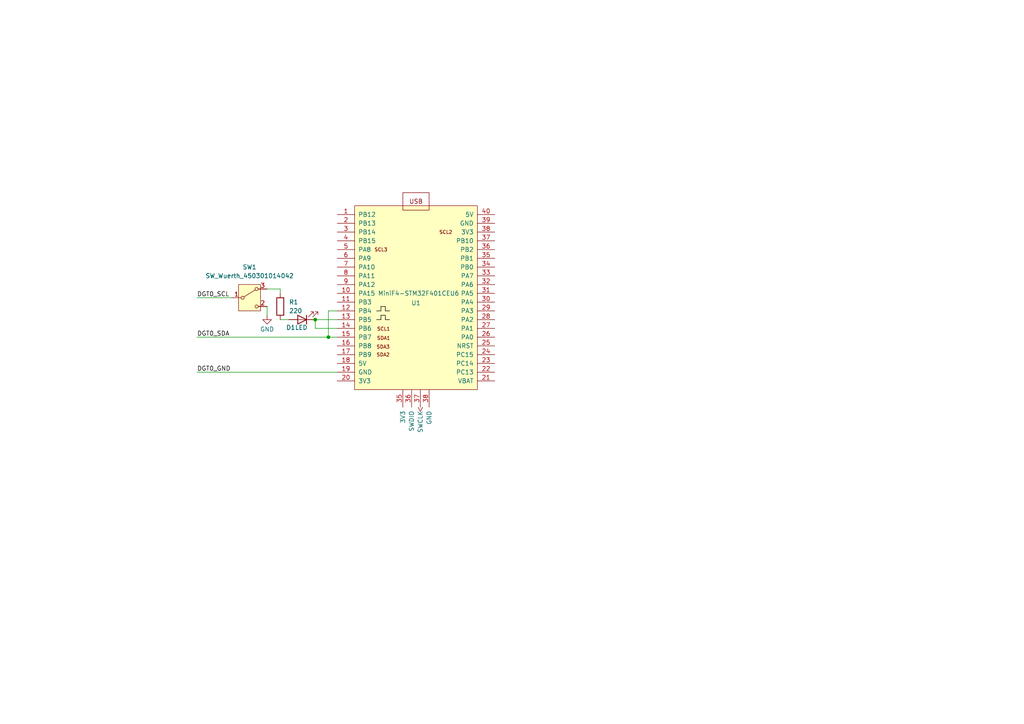
<source format=kicad_sch>
(kicad_sch (version 20250114) (generator "eeschema") (generator_version "9.0")
  (paper "A4")
  (lib_symbols
    (symbol "BlackPill_v2:MiniF4-STM32F401CEU6" (pin_names (offset 1.016))
      (property "Reference" "U1" (at 0 -7.874 0))
      (property "Value" "MiniF4-STM32F401CEU6" (at 0.762 -5.08 0))
      (symbol "MiniF4-STM32F401CEU6_0_0"
        (text "SCL1" (at -9.398 -15.367 0) (effects (font (size 0.9906 0.9906))))
        (text "SDA1" (at -9.398 -18.034 0) (effects (font (size 0.9906 0.9906))))
        (text "USB" (at 0 21.59 0) (effects (font (size 1.27 1.27))))
      )
      (symbol "MiniF4-STM32F401CEU6_0_1"
        (rectangle (start -17.78 20.32) (end 17.78 -33.02) (fill (type background)))
        (rectangle (start -3.81 24.13) (end 3.81 19.05))
      )
      (symbol "MiniF4-STM32F401CEU6_1_1"
        (text "SCL3" (at -10.16 7.62 0) (effects (font (size 0.9906 0.9906))))
        (text "SDA3" (at -9.525 -20.574 0) (effects (font (size 0.9906 0.9906))))
        (text "SDA2" (at -9.525 -22.86 0) (effects (font (size 0.9906 0.9906))))
        (text "SCL2" (at 8.636 12.7 0) (effects (font (size 0.9906 0.9906))))
        (pin bidirectional line (at -22.86 17.78 0) (length 5.08) (name "PB12") (number "1"))
        (pin bidirectional line (at -22.86 15.24 0) (length 5.08) (name "PB13") (number "2"))
        (pin bidirectional line (at -22.86 12.7 0) (length 5.08) (name "PB14") (number "3"))
        (pin bidirectional line (at -22.86 10.16 0) (length 5.08) (name "PB15") (number "4"))
        (pin bidirectional line (at -22.86 7.62 0) (length 5.08) (name "PA8") (number "5"))
        (pin bidirectional line (at -22.86 5.08 0) (length 5.08) (name "PA9") (number "6"))
        (pin bidirectional line (at -22.86 2.54 0) (length 5.08) (name "PA10") (number "7"))
        (pin bidirectional line (at -22.86 0 0) (length 5.08) (name "PA11") (number "8"))
        (pin bidirectional line (at -22.86 -2.54 0) (length 5.08) (name "PA12") (number "9"))
        (pin bidirectional line (at -22.86 -5.08 0) (length 5.08) (name "PA15") (number "10"))
        (pin bidirectional line (at -22.86 -7.62 0) (length 5.08) (name "PB3") (number "11"))
        (pin bidirectional line (at -22.86 -10.16 0) (length 5.08) (name "PB4") (number "12"))
        (pin bidirectional line (at -22.86 -12.7 0) (length 5.08) (name "PB5") (number "13"))
        (pin bidirectional line (at -22.86 -15.24 0) (length 5.08) (name "PB6") (number "14"))
        (pin bidirectional line (at -22.86 -17.78 0) (length 5.08) (name "PB7") (number "15"))
        (pin bidirectional line (at -22.86 -20.32 0) (length 5.08) (name "PB8") (number "16"))
        (pin bidirectional line (at -22.86 -22.86 0) (length 5.08) (name "PB9") (number "17"))
        (pin power_out line (at -22.86 -25.4 0) (length 5.08) (name "5V") (number "18"))
        (pin power_in line (at -22.86 -27.94 0) (length 5.08) (name "GND") (number "19"))
        (pin power_out line (at -22.86 -30.48 0) (length 5.08) (name "3V3") (number "20"))
        (pin power_in line (at -3.81 -33.02 270) (length 5.08) (name "3V3") (number "35"))
        (pin bidirectional line (at -1.27 -33.02 270) (length 5.08) (name "SWDIO") (number "36"))
        (pin input clock (at 1.27 -33.02 270) (length 5.08) (name "SWCLK") (number "37"))
        (pin power_in line (at 3.81 -33.02 270) (length 5.08) (name "GND") (number "38"))
        (pin power_out line (at 22.86 17.78 180) (length 5.08) (name "5V") (number "40"))
        (pin input line (at 22.86 15.24 180) (length 5.08) (name "GND") (number "39"))
        (pin power_out line (at 22.86 12.7 180) (length 5.08) (name "3V3") (number "38"))
        (pin bidirectional line (at 22.86 10.16 180) (length 5.08) (name "PB10") (number "37"))
        (pin bidirectional line (at 22.86 7.62 180) (length 5.08) (name "PB2") (number "36"))
        (pin bidirectional line (at 22.86 5.08 180) (length 5.08) (name "PB1") (number "35"))
        (pin bidirectional line (at 22.86 2.54 180) (length 5.08) (name "PB0") (number "34"))
        (pin bidirectional line (at 22.86 0 180) (length 5.08) (name "PA7") (number "33"))
        (pin bidirectional line (at 22.86 -2.54 180) (length 5.08) (name "PA6") (number "32"))
        (pin bidirectional line (at 22.86 -5.08 180) (length 5.08) (name "PA5") (number "31"))
        (pin bidirectional line (at 22.86 -7.62 180) (length 5.08) (name "PA4") (number "30"))
        (pin bidirectional line (at 22.86 -10.16 180) (length 5.08) (name "PA3") (number "29"))
        (pin bidirectional line (at 22.86 -12.7 180) (length 5.08) (name "PA2") (number "28"))
        (pin bidirectional line (at 22.86 -15.24 180) (length 5.08) (name "PA1") (number "27"))
        (pin bidirectional line (at 22.86 -17.78 180) (length 5.08) (name "PA0") (number "26"))
        (pin input line (at 22.86 -20.32 180) (length 5.08) (name "NRST") (number "25"))
        (pin bidirectional line (at 22.86 -22.86 180) (length 5.08) (name "PC15") (number "24"))
        (pin bidirectional line (at 22.86 -25.4 180) (length 5.08) (name "PC14") (number "23"))
        (pin bidirectional line (at 22.86 -27.94 180) (length 5.08) (name "PC13") (number "22"))
        (pin power_in line (at 22.86 -30.48 180) (length 5.08) (name "VBAT") (number "21"))
      )
    )
    (symbol "Device:LED" (pin_numbers (hide yes)) (pin_names (offset 1.016) (hide yes))
      (property "Reference" "D" (at 0 2.54 0))
      (property "Value" "LED" (at 0 -2.54 0))
      (symbol "LED_0_1"
        (polyline (pts (xy -3.048 -0.762) (xy -4.572 -2.286) (xy -3.81 -2.286) (xy -4.572 -2.286) (xy -4.572 -1.524)))
        (polyline (pts (xy -1.778 -0.762) (xy -3.302 -2.286) (xy -2.54 -2.286) (xy -3.302 -2.286) (xy -3.302 -1.524)))
        (polyline (pts (xy -1.27 0) (xy 1.27 0)))
        (polyline (pts (xy -1.27 -1.27) (xy -1.27 1.27)) (stroke (width 0.254)))
        (polyline (pts (xy 1.27 -1.27) (xy 1.27 1.27) (xy -1.27 0) (xy 1.27 -1.27)) (stroke (width 0.254)))
      )
      (symbol "LED_1_1"
        (pin passive line (at -3.81 0 0) (length 2.54) (name "K") (number "1"))
        (pin passive line (at 3.81 0 180) (length 2.54) (name "A") (number "2"))
      )
    )
    (symbol "Device:R" (pin_numbers (hide yes)) (pin_names (offset 0))
      (property "Reference" "R" (at 2.032 0 90))
      (property "Value" "R" (at 0 0 90))
      (symbol "R_0_1"
        (rectangle (start -1.016 -2.54) (end 1.016 2.54) (stroke (width 0.254)))
      )
      (symbol "R_1_1"
        (pin passive line (at 0 3.81 270) (length 1.27) (name "~") (number "1"))
        (pin passive line (at 0 -3.81 90) (length 1.27) (name "~") (number "2"))
      )
    )
    (symbol "Switch:SW_Wuerth_450301014042" (pin_names (offset 1) (hide yes))
      (property "Reference" "SW" (at 0 5.08 0))
      (property "Value" "SW_Wuerth_450301014042" (at 0 -5.08 0))
      (symbol "SW_Wuerth_450301014042_0_1"
        (circle (center -2.032 0) (radius 0.4572))
        (polyline (pts (xy -1.651 0.254) (xy 1.651 2.286)))
        (circle (center 2.032 2.54) (radius 0.4572))
        (circle (center 2.032 -2.54) (radius 0.4572))
      )
      (symbol "SW_Wuerth_450301014042_1_1"
        (rectangle (start -3.175 3.81) (end 3.175 -3.81) (fill (type background)))
        (pin passive line (at -5.08 0 0) (length 2.54) (name "B") (number "1"))
        (pin passive line (at 5.08 2.54 180) (length 2.54) (name "A") (number "3"))
        (pin passive line (at 5.08 -2.54 180) (length 2.54) (name "C") (number "2"))
      )
    )
    (symbol "power:GND" (power) (pin_numbers (hide yes)) (pin_names (offset 0) (hide yes))
      (property "Value" "GND" (at 0 -3.81 0))
      (symbol "GND_0_1"
        (polyline (pts (xy 0 0) (xy 0 -1.27) (xy 1.27 -1.27) (xy 0 -2.54) (xy -1.27 -1.27) (xy 0 -1.27)))
      )
      (symbol "GND_1_1"
        (pin power_in line (at 0 0 270) (length 0) (name "~") (number "1"))
      )
    )
  )
  (junction (at 95.25 97.79))
  (junction (at 91.44 92.71))
  (wire (pts (xy 97.79 90.17) (xy 95.25 90.17)))
  (polyline (pts (xy 110.49 92.71) (xy 110.49 91.44)) (stroke (width 0) (color 0 0 0 1)))
  (wire (pts (xy 81.28 92.71) (xy 83.82 92.71)))
  (wire (pts (xy 95.25 90.17) (xy 95.25 97.79)))
  (wire (pts (xy 91.44 92.71) (xy 91.44 95.25)))
  (polyline (pts (xy 110.49 90.17) (xy 110.49 88.9)) (stroke (width 0) (color 0 0 0 1)))
  (polyline (pts (xy 111.76 92.71) (xy 113.03 92.71)) (stroke (width 0) (color 0 0 0 1)))
  (polyline (pts (xy 111.76 91.44) (xy 111.76 92.71)) (stroke (width 0) (color 0 0 0 1)))
  (wire (pts (xy 77.47 83.82) (xy 81.28 83.82)))
  (wire (pts (xy 97.79 95.25) (xy 91.44 95.25)))
  (wire (pts (xy 95.25 97.79) (xy 97.79 97.79)))
  (polyline (pts (xy 110.49 91.44) (xy 111.76 91.44)) (stroke (width 0) (color 0 0 0 1)))
  (wire (pts (xy 81.28 83.82) (xy 81.28 85.09)))
  (polyline (pts (xy 110.49 88.9) (xy 111.76 88.9)) (stroke (width 0) (color 0 0 0 1)))
  (polyline (pts (xy 109.22 90.17) (xy 110.49 90.17)) (stroke (width 0) (color 0 0 0 1)))
  (polyline (pts (xy 111.76 90.17) (xy 113.03 90.17)) (stroke (width 0) (color 0 0 0 1)))
  (polyline (pts (xy 111.76 88.9) (xy 111.76 90.17)) (stroke (width 0) (color 0 0 0 1)))
  (wire (pts (xy 77.47 88.9) (xy 77.47 91.44)))
  (wire (pts (xy 91.44 92.71) (xy 97.79 92.71)))
  (polyline (pts (xy 109.22 92.71) (xy 110.49 92.71)) (stroke (width 0) (color 0 0 0 1)))
  (wire (pts (xy 57.15 86.36) (xy 67.31 86.36)))
  (wire (pts (xy 57.15 97.79) (xy 95.25 97.79)))
  (wire (pts (xy 57.15 107.95) (xy 97.79 107.95)))
  (label "DGT0_SDA" (at 57.15 97.79 0))
  (label "DGT0_SCL" (at 57.15 86.36 0))
  (label "DGT0_GND" (at 57.15 107.95 0))
  (symbol (lib_id "Switch:SW_Wuerth_450301014042") (at 72.39 86.36 0) (unit 1)
    (property "Reference" "SW1" (at 72.39 77.47 0))
    (property "Value" "SW_Wuerth_450301014042" (at 72.39 80.01 0))
    (property "Footprint" "Button_Switch_THT:SW_Slide-03_Wuerth-WS-SLTV_10x2.5x6.4_P2.54mm" (effects (hide yes)))
    (property "Datasheet" "https://www.we-online.com/components/products/datasheet/450301014042.pdf" (effects (hide yes)))
    (property "Description" "Switch slide, single pole double throw" (effects (hide yes)))
  )
  (symbol (lib_id "power:GND") (at 77.47 91.44 0) (unit 1)
    (property "Reference" "#PWR01" (effects (hide yes)))
    (property "Value" "GND" (at 77.47 95.504 0))
    (property "Description" "Power symbol creates a global label with name \"GND\" , ground" (effects (hide yes)))
  )
  (symbol (lib_id "BlackPill_v2:MiniF4-STM32F401CEU6") (at 120.65 80.01 0) (unit 1)
    (property "Reference" "U1" (at 120.65 87.884 0))
    (property "Value" "MiniF4-STM32F401CEU6" (at 121.412 85.09 0))
    (property "Description" "MiniF4-STM32F401CEU6 Board" (effects (hide yes)))
  )
  (symbol (lib_id "Device:R") (at 81.28 88.9 180) (unit 1)
    (property "Reference" "R1" (at 83.82 87.6299 0) (effects (justify right)))
    (property "Value" "220" (at 83.82 90.1699 0) (effects (justify right)))
    (property "Description" "Resistor" (effects (hide yes)))
  )
  (symbol (lib_id "Device:LED") (at 87.63 92.71 180) (unit 1)
    (property "Reference" "D1" (at 84.328 94.996 0))
    (property "Value" "LED" (at 87.376 94.996 0))
    (property "Description" "Light emitting diode" (effects (hide yes)))
    (property "Sim.Pins" "1=K 2=A" (effects (hide yes)))
  )
)
</source>
